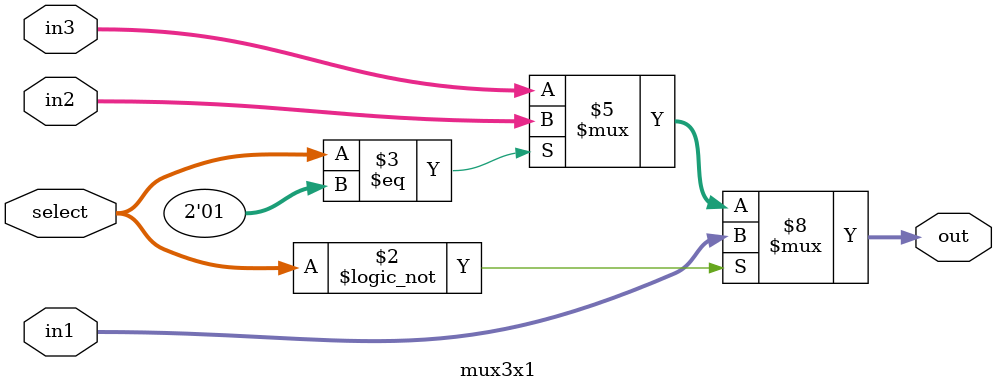
<source format=v>
module mux3x1(input [23:0] in1, input [23:0] in2,input [23:0] in3, input [1:0] select, output reg [23:0] out);
    always @(*) begin
        if (select==0) begin
            out <= in1;
        end else if (select==1)  begin
            out <= in2;
		end else begin
            out <= in3;
        end
    end
endmodule
</source>
